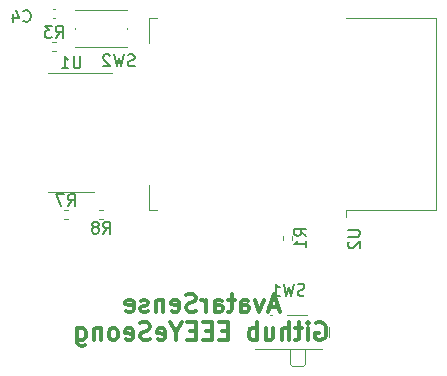
<source format=gbr>
%TF.GenerationSoftware,KiCad,Pcbnew,(6.0.7)*%
%TF.CreationDate,2025-06-10T03:22:10+09:00*%
%TF.ProjectId,AvatarSense,41766174-6172-4536-956e-73652e6b6963,rev?*%
%TF.SameCoordinates,Original*%
%TF.FileFunction,Legend,Bot*%
%TF.FilePolarity,Positive*%
%FSLAX46Y46*%
G04 Gerber Fmt 4.6, Leading zero omitted, Abs format (unit mm)*
G04 Created by KiCad (PCBNEW (6.0.7)) date 2025-06-10 03:22:10*
%MOMM*%
%LPD*%
G01*
G04 APERTURE LIST*
%ADD10C,0.300000*%
%ADD11C,0.150000*%
%ADD12C,0.120000*%
G04 APERTURE END LIST*
D10*
X126464285Y-126042500D02*
X125750000Y-126042500D01*
X126607142Y-126471071D02*
X126107142Y-124971071D01*
X125607142Y-126471071D01*
X125250000Y-125471071D02*
X124892857Y-126471071D01*
X124535714Y-125471071D01*
X123321428Y-126471071D02*
X123321428Y-125685357D01*
X123392857Y-125542500D01*
X123535714Y-125471071D01*
X123821428Y-125471071D01*
X123964285Y-125542500D01*
X123321428Y-126399642D02*
X123464285Y-126471071D01*
X123821428Y-126471071D01*
X123964285Y-126399642D01*
X124035714Y-126256785D01*
X124035714Y-126113928D01*
X123964285Y-125971071D01*
X123821428Y-125899642D01*
X123464285Y-125899642D01*
X123321428Y-125828214D01*
X122821428Y-125471071D02*
X122250000Y-125471071D01*
X122607142Y-124971071D02*
X122607142Y-126256785D01*
X122535714Y-126399642D01*
X122392857Y-126471071D01*
X122250000Y-126471071D01*
X121107142Y-126471071D02*
X121107142Y-125685357D01*
X121178571Y-125542500D01*
X121321428Y-125471071D01*
X121607142Y-125471071D01*
X121750000Y-125542500D01*
X121107142Y-126399642D02*
X121250000Y-126471071D01*
X121607142Y-126471071D01*
X121750000Y-126399642D01*
X121821428Y-126256785D01*
X121821428Y-126113928D01*
X121750000Y-125971071D01*
X121607142Y-125899642D01*
X121250000Y-125899642D01*
X121107142Y-125828214D01*
X120392857Y-126471071D02*
X120392857Y-125471071D01*
X120392857Y-125756785D02*
X120321428Y-125613928D01*
X120250000Y-125542500D01*
X120107142Y-125471071D01*
X119964285Y-125471071D01*
X119535714Y-126399642D02*
X119321428Y-126471071D01*
X118964285Y-126471071D01*
X118821428Y-126399642D01*
X118750000Y-126328214D01*
X118678571Y-126185357D01*
X118678571Y-126042500D01*
X118750000Y-125899642D01*
X118821428Y-125828214D01*
X118964285Y-125756785D01*
X119250000Y-125685357D01*
X119392857Y-125613928D01*
X119464285Y-125542500D01*
X119535714Y-125399642D01*
X119535714Y-125256785D01*
X119464285Y-125113928D01*
X119392857Y-125042500D01*
X119250000Y-124971071D01*
X118892857Y-124971071D01*
X118678571Y-125042500D01*
X117464285Y-126399642D02*
X117607142Y-126471071D01*
X117892857Y-126471071D01*
X118035714Y-126399642D01*
X118107142Y-126256785D01*
X118107142Y-125685357D01*
X118035714Y-125542500D01*
X117892857Y-125471071D01*
X117607142Y-125471071D01*
X117464285Y-125542500D01*
X117392857Y-125685357D01*
X117392857Y-125828214D01*
X118107142Y-125971071D01*
X116750000Y-125471071D02*
X116750000Y-126471071D01*
X116750000Y-125613928D02*
X116678571Y-125542500D01*
X116535714Y-125471071D01*
X116321428Y-125471071D01*
X116178571Y-125542500D01*
X116107142Y-125685357D01*
X116107142Y-126471071D01*
X115464285Y-126399642D02*
X115321428Y-126471071D01*
X115035714Y-126471071D01*
X114892857Y-126399642D01*
X114821428Y-126256785D01*
X114821428Y-126185357D01*
X114892857Y-126042500D01*
X115035714Y-125971071D01*
X115250000Y-125971071D01*
X115392857Y-125899642D01*
X115464285Y-125756785D01*
X115464285Y-125685357D01*
X115392857Y-125542500D01*
X115250000Y-125471071D01*
X115035714Y-125471071D01*
X114892857Y-125542500D01*
X113607142Y-126399642D02*
X113750000Y-126471071D01*
X114035714Y-126471071D01*
X114178571Y-126399642D01*
X114250000Y-126256785D01*
X114250000Y-125685357D01*
X114178571Y-125542500D01*
X114035714Y-125471071D01*
X113750000Y-125471071D01*
X113607142Y-125542500D01*
X113535714Y-125685357D01*
X113535714Y-125828214D01*
X114250000Y-125971071D01*
X129714285Y-127457500D02*
X129857142Y-127386071D01*
X130071428Y-127386071D01*
X130285714Y-127457500D01*
X130428571Y-127600357D01*
X130500000Y-127743214D01*
X130571428Y-128028928D01*
X130571428Y-128243214D01*
X130500000Y-128528928D01*
X130428571Y-128671785D01*
X130285714Y-128814642D01*
X130071428Y-128886071D01*
X129928571Y-128886071D01*
X129714285Y-128814642D01*
X129642857Y-128743214D01*
X129642857Y-128243214D01*
X129928571Y-128243214D01*
X129000000Y-128886071D02*
X129000000Y-127886071D01*
X129000000Y-127386071D02*
X129071428Y-127457500D01*
X129000000Y-127528928D01*
X128928571Y-127457500D01*
X129000000Y-127386071D01*
X129000000Y-127528928D01*
X128500000Y-127886071D02*
X127928571Y-127886071D01*
X128285714Y-127386071D02*
X128285714Y-128671785D01*
X128214285Y-128814642D01*
X128071428Y-128886071D01*
X127928571Y-128886071D01*
X127428571Y-128886071D02*
X127428571Y-127386071D01*
X126785714Y-128886071D02*
X126785714Y-128100357D01*
X126857142Y-127957500D01*
X127000000Y-127886071D01*
X127214285Y-127886071D01*
X127357142Y-127957500D01*
X127428571Y-128028928D01*
X125428571Y-127886071D02*
X125428571Y-128886071D01*
X126071428Y-127886071D02*
X126071428Y-128671785D01*
X126000000Y-128814642D01*
X125857142Y-128886071D01*
X125642857Y-128886071D01*
X125500000Y-128814642D01*
X125428571Y-128743214D01*
X124714285Y-128886071D02*
X124714285Y-127386071D01*
X124714285Y-127957500D02*
X124571428Y-127886071D01*
X124285714Y-127886071D01*
X124142857Y-127957500D01*
X124071428Y-128028928D01*
X124000000Y-128171785D01*
X124000000Y-128600357D01*
X124071428Y-128743214D01*
X124142857Y-128814642D01*
X124285714Y-128886071D01*
X124571428Y-128886071D01*
X124714285Y-128814642D01*
X122214285Y-128100357D02*
X121714285Y-128100357D01*
X121500000Y-128886071D02*
X122214285Y-128886071D01*
X122214285Y-127386071D01*
X121500000Y-127386071D01*
X120857142Y-128100357D02*
X120357142Y-128100357D01*
X120142857Y-128886071D02*
X120857142Y-128886071D01*
X120857142Y-127386071D01*
X120142857Y-127386071D01*
X119500000Y-128100357D02*
X119000000Y-128100357D01*
X118785714Y-128886071D02*
X119500000Y-128886071D01*
X119500000Y-127386071D01*
X118785714Y-127386071D01*
X117857142Y-128171785D02*
X117857142Y-128886071D01*
X118357142Y-127386071D02*
X117857142Y-128171785D01*
X117357142Y-127386071D01*
X116285714Y-128814642D02*
X116428571Y-128886071D01*
X116714285Y-128886071D01*
X116857142Y-128814642D01*
X116928571Y-128671785D01*
X116928571Y-128100357D01*
X116857142Y-127957500D01*
X116714285Y-127886071D01*
X116428571Y-127886071D01*
X116285714Y-127957500D01*
X116214285Y-128100357D01*
X116214285Y-128243214D01*
X116928571Y-128386071D01*
X115642857Y-128814642D02*
X115428571Y-128886071D01*
X115071428Y-128886071D01*
X114928571Y-128814642D01*
X114857142Y-128743214D01*
X114785714Y-128600357D01*
X114785714Y-128457500D01*
X114857142Y-128314642D01*
X114928571Y-128243214D01*
X115071428Y-128171785D01*
X115357142Y-128100357D01*
X115500000Y-128028928D01*
X115571428Y-127957500D01*
X115642857Y-127814642D01*
X115642857Y-127671785D01*
X115571428Y-127528928D01*
X115500000Y-127457500D01*
X115357142Y-127386071D01*
X115000000Y-127386071D01*
X114785714Y-127457500D01*
X113571428Y-128814642D02*
X113714285Y-128886071D01*
X114000000Y-128886071D01*
X114142857Y-128814642D01*
X114214285Y-128671785D01*
X114214285Y-128100357D01*
X114142857Y-127957500D01*
X114000000Y-127886071D01*
X113714285Y-127886071D01*
X113571428Y-127957500D01*
X113500000Y-128100357D01*
X113500000Y-128243214D01*
X114214285Y-128386071D01*
X112642857Y-128886071D02*
X112785714Y-128814642D01*
X112857142Y-128743214D01*
X112928571Y-128600357D01*
X112928571Y-128171785D01*
X112857142Y-128028928D01*
X112785714Y-127957500D01*
X112642857Y-127886071D01*
X112428571Y-127886071D01*
X112285714Y-127957500D01*
X112214285Y-128028928D01*
X112142857Y-128171785D01*
X112142857Y-128600357D01*
X112214285Y-128743214D01*
X112285714Y-128814642D01*
X112428571Y-128886071D01*
X112642857Y-128886071D01*
X111500000Y-127886071D02*
X111500000Y-128886071D01*
X111500000Y-128028928D02*
X111428571Y-127957500D01*
X111285714Y-127886071D01*
X111071428Y-127886071D01*
X110928571Y-127957500D01*
X110857142Y-128100357D01*
X110857142Y-128886071D01*
X109500000Y-127886071D02*
X109500000Y-129100357D01*
X109571428Y-129243214D01*
X109642857Y-129314642D01*
X109785714Y-129386071D01*
X110000000Y-129386071D01*
X110142857Y-129314642D01*
X109500000Y-128814642D02*
X109642857Y-128886071D01*
X109928571Y-128886071D01*
X110071428Y-128814642D01*
X110142857Y-128743214D01*
X110214285Y-128600357D01*
X110214285Y-128171785D01*
X110142857Y-128028928D01*
X110071428Y-127957500D01*
X109928571Y-127886071D01*
X109642857Y-127886071D01*
X109500000Y-127957500D01*
D11*
%TO.C,U2*%
X132412380Y-119548095D02*
X133221904Y-119548095D01*
X133317142Y-119595714D01*
X133364761Y-119643333D01*
X133412380Y-119738571D01*
X133412380Y-119929047D01*
X133364761Y-120024285D01*
X133317142Y-120071904D01*
X133221904Y-120119523D01*
X132412380Y-120119523D01*
X132507619Y-120548095D02*
X132460000Y-120595714D01*
X132412380Y-120690952D01*
X132412380Y-120929047D01*
X132460000Y-121024285D01*
X132507619Y-121071904D01*
X132602857Y-121119523D01*
X132698095Y-121119523D01*
X132840952Y-121071904D01*
X133412380Y-120500476D01*
X133412380Y-121119523D01*
%TO.C,R3*%
X107666666Y-103282380D02*
X108000000Y-102806190D01*
X108238095Y-103282380D02*
X108238095Y-102282380D01*
X107857142Y-102282380D01*
X107761904Y-102330000D01*
X107714285Y-102377619D01*
X107666666Y-102472857D01*
X107666666Y-102615714D01*
X107714285Y-102710952D01*
X107761904Y-102758571D01*
X107857142Y-102806190D01*
X108238095Y-102806190D01*
X107333333Y-102282380D02*
X106714285Y-102282380D01*
X107047619Y-102663333D01*
X106904761Y-102663333D01*
X106809523Y-102710952D01*
X106761904Y-102758571D01*
X106714285Y-102853809D01*
X106714285Y-103091904D01*
X106761904Y-103187142D01*
X106809523Y-103234761D01*
X106904761Y-103282380D01*
X107190476Y-103282380D01*
X107285714Y-103234761D01*
X107333333Y-103187142D01*
%TO.C,R1*%
X128872380Y-120073333D02*
X128396190Y-119740000D01*
X128872380Y-119501904D02*
X127872380Y-119501904D01*
X127872380Y-119882857D01*
X127920000Y-119978095D01*
X127967619Y-120025714D01*
X128062857Y-120073333D01*
X128205714Y-120073333D01*
X128300952Y-120025714D01*
X128348571Y-119978095D01*
X128396190Y-119882857D01*
X128396190Y-119501904D01*
X128872380Y-121025714D02*
X128872380Y-120454285D01*
X128872380Y-120740000D02*
X127872380Y-120740000D01*
X128015238Y-120644761D01*
X128110476Y-120549523D01*
X128158095Y-120454285D01*
%TO.C,R8*%
X111676666Y-119872380D02*
X112010000Y-119396190D01*
X112248095Y-119872380D02*
X112248095Y-118872380D01*
X111867142Y-118872380D01*
X111771904Y-118920000D01*
X111724285Y-118967619D01*
X111676666Y-119062857D01*
X111676666Y-119205714D01*
X111724285Y-119300952D01*
X111771904Y-119348571D01*
X111867142Y-119396190D01*
X112248095Y-119396190D01*
X111105238Y-119300952D02*
X111200476Y-119253333D01*
X111248095Y-119205714D01*
X111295714Y-119110476D01*
X111295714Y-119062857D01*
X111248095Y-118967619D01*
X111200476Y-118920000D01*
X111105238Y-118872380D01*
X110914761Y-118872380D01*
X110819523Y-118920000D01*
X110771904Y-118967619D01*
X110724285Y-119062857D01*
X110724285Y-119110476D01*
X110771904Y-119205714D01*
X110819523Y-119253333D01*
X110914761Y-119300952D01*
X111105238Y-119300952D01*
X111200476Y-119348571D01*
X111248095Y-119396190D01*
X111295714Y-119491428D01*
X111295714Y-119681904D01*
X111248095Y-119777142D01*
X111200476Y-119824761D01*
X111105238Y-119872380D01*
X110914761Y-119872380D01*
X110819523Y-119824761D01*
X110771904Y-119777142D01*
X110724285Y-119681904D01*
X110724285Y-119491428D01*
X110771904Y-119396190D01*
X110819523Y-119348571D01*
X110914761Y-119300952D01*
%TO.C,R7*%
X108676666Y-117532380D02*
X109010000Y-117056190D01*
X109248095Y-117532380D02*
X109248095Y-116532380D01*
X108867142Y-116532380D01*
X108771904Y-116580000D01*
X108724285Y-116627619D01*
X108676666Y-116722857D01*
X108676666Y-116865714D01*
X108724285Y-116960952D01*
X108771904Y-117008571D01*
X108867142Y-117056190D01*
X109248095Y-117056190D01*
X108343333Y-116532380D02*
X107676666Y-116532380D01*
X108105238Y-117532380D01*
%TO.C,SW2*%
X114333333Y-105654761D02*
X114190476Y-105702380D01*
X113952380Y-105702380D01*
X113857142Y-105654761D01*
X113809523Y-105607142D01*
X113761904Y-105511904D01*
X113761904Y-105416666D01*
X113809523Y-105321428D01*
X113857142Y-105273809D01*
X113952380Y-105226190D01*
X114142857Y-105178571D01*
X114238095Y-105130952D01*
X114285714Y-105083333D01*
X114333333Y-104988095D01*
X114333333Y-104892857D01*
X114285714Y-104797619D01*
X114238095Y-104750000D01*
X114142857Y-104702380D01*
X113904761Y-104702380D01*
X113761904Y-104750000D01*
X113428571Y-104702380D02*
X113190476Y-105702380D01*
X113000000Y-104988095D01*
X112809523Y-105702380D01*
X112571428Y-104702380D01*
X112238095Y-104797619D02*
X112190476Y-104750000D01*
X112095238Y-104702380D01*
X111857142Y-104702380D01*
X111761904Y-104750000D01*
X111714285Y-104797619D01*
X111666666Y-104892857D01*
X111666666Y-104988095D01*
X111714285Y-105130952D01*
X112285714Y-105702380D01*
X111666666Y-105702380D01*
%TO.C,SW1*%
X128708333Y-125079761D02*
X128565476Y-125127380D01*
X128327380Y-125127380D01*
X128232142Y-125079761D01*
X128184523Y-125032142D01*
X128136904Y-124936904D01*
X128136904Y-124841666D01*
X128184523Y-124746428D01*
X128232142Y-124698809D01*
X128327380Y-124651190D01*
X128517857Y-124603571D01*
X128613095Y-124555952D01*
X128660714Y-124508333D01*
X128708333Y-124413095D01*
X128708333Y-124317857D01*
X128660714Y-124222619D01*
X128613095Y-124175000D01*
X128517857Y-124127380D01*
X128279761Y-124127380D01*
X128136904Y-124175000D01*
X127803571Y-124127380D02*
X127565476Y-125127380D01*
X127375000Y-124413095D01*
X127184523Y-125127380D01*
X126946428Y-124127380D01*
X126041666Y-125127380D02*
X126613095Y-125127380D01*
X126327380Y-125127380D02*
X126327380Y-124127380D01*
X126422619Y-124270238D01*
X126517857Y-124365476D01*
X126613095Y-124413095D01*
%TO.C,C4*%
X104916666Y-101857142D02*
X104964285Y-101904761D01*
X105107142Y-101952380D01*
X105202380Y-101952380D01*
X105345238Y-101904761D01*
X105440476Y-101809523D01*
X105488095Y-101714285D01*
X105535714Y-101523809D01*
X105535714Y-101380952D01*
X105488095Y-101190476D01*
X105440476Y-101095238D01*
X105345238Y-101000000D01*
X105202380Y-100952380D01*
X105107142Y-100952380D01*
X104964285Y-101000000D01*
X104916666Y-101047619D01*
X104059523Y-101285714D02*
X104059523Y-101952380D01*
X104297619Y-100904761D02*
X104535714Y-101619047D01*
X103916666Y-101619047D01*
%TO.C,U1*%
X109736904Y-104857380D02*
X109736904Y-105666904D01*
X109689285Y-105762142D01*
X109641666Y-105809761D01*
X109546428Y-105857380D01*
X109355952Y-105857380D01*
X109260714Y-105809761D01*
X109213095Y-105762142D01*
X109165476Y-105666904D01*
X109165476Y-104857380D01*
X108165476Y-105857380D02*
X108736904Y-105857380D01*
X108451190Y-105857380D02*
X108451190Y-104857380D01*
X108546428Y-105000238D01*
X108641666Y-105095476D01*
X108736904Y-105143095D01*
D12*
%TO.C,U2*%
X115580000Y-101630000D02*
X115580000Y-103750000D01*
X116200000Y-101630000D02*
X115580000Y-101630000D01*
X139820000Y-101630000D02*
X132200000Y-101630000D01*
X139820000Y-117870000D02*
X139820000Y-101630000D01*
X132200000Y-117870000D02*
X139820000Y-117870000D01*
X132200000Y-117870000D02*
X132200000Y-118480000D01*
X115580000Y-117870000D02*
X116200000Y-117870000D01*
X115580000Y-115750000D02*
X115580000Y-117870000D01*
%TO.C,R3*%
X107653641Y-104380000D02*
X107346359Y-104380000D01*
X107653641Y-103620000D02*
X107346359Y-103620000D01*
%TO.C,R1*%
X127630000Y-120393641D02*
X127630000Y-120086359D01*
X126870000Y-120393641D02*
X126870000Y-120086359D01*
%TO.C,R8*%
X111356359Y-118630000D02*
X111663641Y-118630000D01*
X111356359Y-117870000D02*
X111663641Y-117870000D01*
%TO.C,R7*%
X108663641Y-117870000D02*
X108356359Y-117870000D01*
X108663641Y-118630000D02*
X108356359Y-118630000D01*
%TO.C,SW2*%
X109300000Y-102550000D02*
X109300000Y-102450000D01*
X109300000Y-100950000D02*
X113700000Y-100950000D01*
X113700000Y-102550000D02*
X113700000Y-102450000D01*
X113700000Y-104050000D02*
X109300000Y-104050000D01*
%TO.C,SW1*%
X130825000Y-127805000D02*
X130825000Y-128595000D01*
X123925000Y-128595000D02*
X123925000Y-127805000D01*
X127475000Y-130895000D02*
X127475000Y-129605000D01*
X128575000Y-131105000D02*
X127675000Y-131105000D01*
X127475000Y-130895000D02*
X127675000Y-131105000D01*
X128775000Y-129605000D02*
X128775000Y-130895000D01*
X128775000Y-130895000D02*
X128575000Y-131105000D01*
X128975000Y-126755000D02*
X127275000Y-126755000D01*
X125975000Y-126755000D02*
X125775000Y-126755000D01*
X130225000Y-129605000D02*
X124525000Y-129605000D01*
%TO.C,C4*%
X107607836Y-100890000D02*
X107392164Y-100890000D01*
X107607836Y-101610000D02*
X107392164Y-101610000D01*
%TO.C,U1*%
X108975000Y-116365000D02*
X110925000Y-116365000D01*
X108975000Y-106245000D02*
X107025000Y-106245000D01*
X108975000Y-116365000D02*
X107025000Y-116365000D01*
X108975000Y-106245000D02*
X112425000Y-106245000D01*
%TD*%
M02*

</source>
